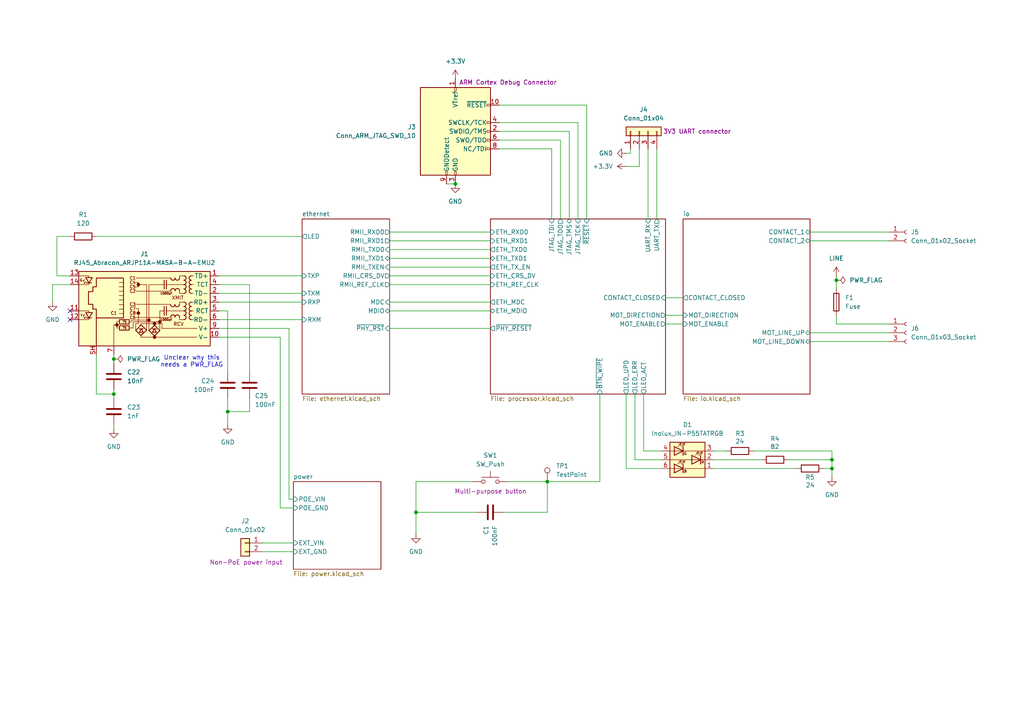
<source format=kicad_sch>
(kicad_sch (version 20250114) (generator "eeschema") (generator_version "9.0")
  (paper "A4")
  (title_block (title "iot-contact"))
  (lib_symbols
    (symbol "Connector:Conn_01x02_Socket" (pin_names (offset 1.016) (hide yes))
      (property "Reference" "J" (at 0 2.54 0))
      (property "Value" "Conn_01x02_Socket" (at 0 -5.08 0))
      (symbol "Conn_01x02_Socket_1_1"
        (polyline (pts (xy -1.27 0) (xy -0.508 0)) (stroke (width 0.1524)))
        (polyline (pts (xy -1.27 -2.54) (xy -0.508 -2.54)) (stroke (width 0.1524)))
        (arc (start 0 -0.508) (mid -0.5058 0) (end 0 0.508) (stroke (width 0.1524)))
        (arc (start 0 -3.048) (mid -0.5058 -2.54) (end 0 -2.032) (stroke (width 0.1524)))
        (pin passive line (at -5.08 0 0) (length 3.81) (name "Pin_1") (number "1"))
        (pin passive line (at -5.08 -2.54 0) (length 3.81) (name "Pin_2") (number "2"))
      )
    )
    (symbol "Connector:Conn_01x03_Socket" (pin_names (offset 1.016) (hide yes))
      (property "Reference" "J" (at 0 5.08 0))
      (property "Value" "Conn_01x03_Socket" (at 0 -5.08 0))
      (symbol "Conn_01x03_Socket_1_1"
        (polyline (pts (xy -1.27 2.54) (xy -0.508 2.54)) (stroke (width 0.1524)))
        (polyline (pts (xy -1.27 0) (xy -0.508 0)) (stroke (width 0.1524)))
        (polyline (pts (xy -1.27 -2.54) (xy -0.508 -2.54)) (stroke (width 0.1524)))
        (arc (start 0 2.032) (mid -0.5058 2.54) (end 0 3.048) (stroke (width 0.1524)))
        (arc (start 0 -0.508) (mid -0.5058 0) (end 0 0.508) (stroke (width 0.1524)))
        (arc (start 0 -3.048) (mid -0.5058 -2.54) (end 0 -2.032) (stroke (width 0.1524)))
        (pin passive line (at -5.08 2.54 0) (length 3.81) (name "Pin_1") (number "1"))
        (pin passive line (at -5.08 0 0) (length 3.81) (name "Pin_2") (number "2"))
        (pin passive line (at -5.08 -2.54 0) (length 3.81) (name "Pin_3") (number "3"))
      )
    )
    (symbol "Connector:Conn_ARM_JTAG_SWD_10" (pin_names (offset 1.016))
      (property "Reference" "J" (at -2.54 16.51 0))
      (property "Value" "Conn_ARM_JTAG_SWD_10" (at -2.54 13.97 0))
      (symbol "Conn_ARM_JTAG_SWD_10_0_1"
        (rectangle (start -10.16 12.7) (end 10.16 -12.7) (stroke (width 0.254)) (fill (type background)))
        (rectangle (start -2.794 -12.7) (end -2.286 -11.684))
        (rectangle (start -0.254 12.7) (end 0.254 11.684))
        (rectangle (start -0.254 -12.7) (end 0.254 -11.684))
        (rectangle (start 9.144 2.286) (end 10.16 2.794))
        (rectangle (start 10.16 7.874) (end 9.144 7.366))
        (rectangle (start 10.16 -0.254) (end 9.144 0.254))
        (rectangle (start 10.16 -2.794) (end 9.144 -2.286))
      )
      (symbol "Conn_ARM_JTAG_SWD_10_1_1"
        (rectangle (start 9.144 -5.334) (end 10.16 -4.826))
        (pin no_connect line (at -10.16 0 0) (length 2.54) (hide yes) (name "KEY") (number "7"))
        (pin passive line (at -2.54 -15.24 90) (length 2.54) (name "GNDDetect") (number "9"))
        (pin power_in line (at 0 15.24 270) (length 2.54) (name "VTref") (number "1"))
        (pin power_in line (at 0 -15.24 90) (length 2.54) (name "GND") (number "3"))
        (pin passive line (at 0 -15.24 90) (length 2.54) (hide yes) (name "GND") (number "5"))
        (pin open_collector line (at 12.7 7.62 180) (length 2.54) (name "~{RESET}") (number "10"))
        (pin output line (at 12.7 2.54 180) (length 2.54) (name "SWCLK/TCK") (number "4"))
        (pin bidirectional line (at 12.7 0 180) (length 2.54) (name "SWDIO/TMS") (number "2"))
        (pin input line (at 12.7 -2.54 180) (length 2.54) (name "SWO/TDO") (number "6"))
        (pin output line (at 12.7 -5.08 180) (length 2.54) (name "NC/TDI") (number "8"))
      )
    )
    (symbol "Connector:RJ45_Abracon_ARJP11A-MASA-B-A-EMU2"
      (property "Reference" "J" (at 18.415 12.7 0))
      (property "Value" "RJ45_Abracon_ARJP11A-MASA-B-A-EMU2" (at -4.445 12.7 0))
      (symbol "RJ45_Abracon_ARJP11A-MASA-B-A-EMU2_0_0"
        (polyline (pts (xy -5.08 8.89) (xy -5.08 6.35)) (stroke (width 0.254)))
        (polyline (pts (xy -5.08 1.27) (xy -5.08 -1.27)) (stroke (width 0.254)))
        (polyline (pts (xy -4.445 8.89) (xy -4.445 6.35)) (stroke (width 0.254)))
        (polyline (pts (xy -4.445 1.27) (xy -4.445 -1.27)) (stroke (width 0.254)))
        (circle (center -3.175 -3.175) (radius 0.0001) (stroke (width 0.508)))
        (circle (center -1.651 -3.683) (radius 0.0001) (stroke (width 0.508)))
        (circle (center -1.651 -7.62) (radius 0.0001) (stroke (width 0.508)))
        (circle (center 0 -2.667) (radius 0.0001) (stroke (width 0.508)))
        (circle (center 3.048 7.62) (radius 0.0001) (stroke (width 0.508)))
        (circle (center 3.048 -0.635) (radius 0.0001) (stroke (width 0.508)))
        (polyline (pts (xy 3.683 8.255) (xy 3.048 8.255) (xy 3.048 6.985) (xy 3.683 6.985)))
        (polyline (pts (xy 3.683 0.635) (xy 3.048 0.635) (xy 3.048 -0.635) (xy 3.683 -0.635)))
        (polyline (pts (xy 8.636 -4.953) (xy 9.271 -4.953) (xy 9.271 -3.048) (xy 8.636 -3.048)))
        (polyline (pts (xy 9.271 -4.064) (xy 10.16 -4.064)))
        (circle (center 9.271 -4.064) (radius 0.0001) (stroke (width 0.508)))
        (polyline (pts (xy 17.399 9.652) (xy 17.399 10.16) (xy 20.32 10.16)))
        (polyline (pts (xy 17.399 -0.508) (xy 17.399 0) (xy 20.32 0)))
        (polyline (pts (xy 20.32 7.62) (xy 17.399 7.62) (xy 17.399 8.128)))
        (polyline (pts (xy 20.32 -2.54) (xy 17.399 -2.54) (xy 17.399 -2.032)))
        (text "XMIT" (at -10.16 3.81 0) (effects (font (size 1.016 1.016)) (justify left)))
        (text "RCV" (at -10.16 -3.81 0) (effects (font (size 1.016 1.016)) (justify left)))
        (text "C1" (at 4.699 9.525 0) (effects (font (size 0.889 0.889))))
        (text "C4" (at 4.699 8.255 0) (effects (font (size 0.889 0.889))))
        (text "C5" (at 4.699 6.985 0) (effects (font (size 0.889 0.889))))
        (text "C2" (at 4.699 5.715 0) (effects (font (size 0.889 0.889))))
        (text "C3" (at 4.699 1.905 0) (effects (font (size 0.889 0.889))))
        (text "C7" (at 4.699 0.635 0) (effects (font (size 0.889 0.889))))
        (text "C8" (at 4.699 -0.635 0) (effects (font (size 0.889 0.889))))
        (text "C6" (at 4.699 -1.905 0) (effects (font (size 0.889 0.889))))
        (text "C1" (at 10.16 -0.635 0) (effects (font (size 0.889 0.889))))
      )
      (symbol "RJ45_Abracon_ARJP11A-MASA-B-A-EMU2_0_1"
        (rectangle (start -17.78 11.43) (end 20.32 -10.16) (stroke (width 0.254)) (fill (type background)))
        (polyline (pts (xy -12.3163 10.16) (xy -12.9513 10.16)))
        (polyline (pts (xy -12.3163 7.62) (xy -12.9513 7.62)))
        (polyline (pts (xy -12.3163 5.08) (xy -12.9513 5.08)))
        (polyline (pts (xy -12.3163 2.54) (xy -12.9513 2.54)))
        (polyline (pts (xy -12.3163 0) (xy -12.9513 0)))
        (polyline (pts (xy -12.3163 -2.54) (xy -12.9513 -2.54)))
        (polyline (pts (xy -10.16 10.16) (xy -8.89 10.16) (xy -8.89 9.525)))
        (polyline (pts (xy -10.16 2.54) (xy -8.89 2.54) (xy -8.89 1.905)))
        (polyline (pts (xy -8.89 5.715) (xy -8.89 5.08) (xy -10.16 5.08)))
        (polyline (pts (xy -8.89 -1.905) (xy -8.89 -2.54) (xy -10.16 -2.54)))
        (polyline (pts (xy -6.35 9.525) (xy 3.683 9.525)))
        (polyline (pts (xy -6.35 5.715) (xy 3.683 5.715)))
        (polyline (pts (xy -6.35 -1.905) (xy 3.683 -1.905)))
        (polyline (pts (xy -6.223 1.905) (xy 3.683 1.905)))
        (polyline (pts (xy -5.08 7.62) (xy -10.16 7.62)))
        (polyline (pts (xy -5.08 0) (xy -10.16 0)))
        (polyline (pts (xy -4.445 7.62) (xy 0 7.62) (xy 0 -5.715)))
        (polyline (pts (xy -4.445 0) (xy -3.175 0) (xy -3.175 -5.715)))
        (polyline (pts (xy 7.366 5.715) (xy 8.636 5.715)))
        (polyline (pts (xy 7.366 4.445) (xy 8.636 4.445)))
        (polyline (pts (xy 7.366 3.175) (xy 8.636 3.175)))
        (polyline (pts (xy 7.366 1.778) (xy 8.636 1.778)))
        (polyline (pts (xy 7.366 0.508) (xy 8.636 0.508)))
        (polyline (pts (xy 8.636 8.255) (xy 7.366 8.255)))
        (polyline (pts (xy 8.636 6.985) (xy 7.366 6.985)))
        (polyline (pts (xy 8.636 -0.762) (xy 7.366 -0.762)))
      )
      (symbol "RJ45_Abracon_ARJP11A-MASA-B-A-EMU2_1_0"
        (text "1000pF" (at -5.08 5.08 0) (effects (font (size 0.635 0.635))))
        (text "1000pF" (at -5.08 -2.54 0) (effects (font (size 0.635 0.635))))
      )
      (symbol "RJ45_Abracon_ARJP11A-MASA-B-A-EMU2_1_1"
        (polyline (pts (xy -13.97 -5.08) (xy -3.81 -5.08)))
        (polyline (pts (xy -13.97 -7.62) (xy 2.286 -7.62)))
        (arc (start -12.3163 2.54) (mid -11.684 1.905) (end -12.3163 1.27) (stroke (width 0.254)))
        (arc (start -12.3136 10.16) (mid -11.6813 9.525) (end -12.3136 8.89) (stroke (width 0.254)))
        (arc (start -12.3136 1.27) (mid -11.6813 0.635) (end -12.3136 0) (stroke (width 0.254)))
        (arc (start -12.3136 0) (mid -11.6813 -0.635) (end -12.3136 -1.27) (stroke (width 0.254)))
        (arc (start -12.3136 -1.27) (mid -11.6813 -1.905) (end -12.3136 -2.54) (stroke (width 0.254)))
        (arc (start -12.3109 8.89) (mid -11.6786 8.255) (end -12.3109 7.62) (stroke (width 0.254)))
        (arc (start -12.3109 7.62) (mid -11.6786 6.985) (end -12.3109 6.35) (stroke (width 0.254)))
        (arc (start -12.3109 6.35) (mid -11.6786 5.715) (end -12.3109 5.08) (stroke (width 0.254)))
        (arc (start -10.1654 8.89) (mid -10.7977 9.525) (end -10.1654 10.16) (stroke (width 0.254)))
        (arc (start -10.1654 7.62) (mid -10.7977 8.255) (end -10.1654 8.89) (stroke (width 0.254)))
        (arc (start -10.1654 6.35) (mid -10.7977 6.985) (end -10.1654 7.62) (stroke (width 0.254)))
        (arc (start -10.1654 1.27) (mid -10.7977 1.905) (end -10.1654 2.54) (stroke (width 0.254)))
        (arc (start -10.1654 0) (mid -10.7977 0.635) (end -10.1654 1.27) (stroke (width 0.254)))
        (arc (start -10.1654 -1.27) (mid -10.7977 -0.635) (end -10.1654 0) (stroke (width 0.254)))
        (arc (start -10.1627 5.08) (mid -10.795 5.715) (end -10.1627 6.35) (stroke (width 0.254)))
        (arc (start -10.1627 -2.54) (mid -10.795 -1.905) (end -10.1627 -1.27) (stroke (width 0.254)))
        (arc (start -7.62 9.5223) (mid -8.255 8.89) (end -8.89 9.5223) (stroke (width 0.254)))
        (arc (start -8.89 5.8447) (mid -8.255 6.477) (end -7.62 5.8447) (stroke (width 0.254)))
        (arc (start -8.89 -1.7753) (mid -8.255 -1.143) (end -7.62 -1.7753) (stroke (width 0.254)))
        (arc (start -7.5565 1.8388) (mid -8.1915 1.2065) (end -8.8265 1.8388) (stroke (width 0.254)))
        (arc (start -6.35 9.525) (mid -6.985 8.8927) (end -7.62 9.525) (stroke (width 0.254)))
        (arc (start -7.62 5.8474) (mid -6.985 6.4797) (end -6.35 5.8474) (stroke (width 0.254)))
        (arc (start -7.62 -1.7726) (mid -6.985 -1.1403) (end -6.35 -1.7726) (stroke (width 0.254)))
        (arc (start -6.2865 1.8415) (mid -6.9215 1.2092) (end -7.5565 1.8415) (stroke (width 0.254)))
        (polyline (pts (xy -3.81 -5.08) (xy -3.81 -3.683) (xy -1.651 -3.683)))
        (polyline (pts (xy -2.159 -5.207) (xy -1.016 -5.207)) (stroke (width 0.254)))
        (polyline (pts (xy -2.159 -6.223) (xy -1.016 -6.223) (xy -1.651 -5.207) (xy -2.159 -6.223)) (stroke (width 0.254)))
        (polyline (pts (xy -1.905 -3.683) (xy -1.651 -3.683) (xy -1.651 -4.191)))
        (polyline (pts (xy -1.651 -3.683) (xy 2.286 -3.683) (xy 2.286 -4.064)))
        (polyline (pts (xy -1.651 -4.191) (xy -3.175 -5.715) (xy -1.651 -7.239) (xy 0 -5.715) (xy -1.651 -4.191)) (stroke (width 0.254)))
        (polyline (pts (xy -1.651 -7.239) (xy -1.651 -7.493)))
        (polyline (pts (xy 1.651 -5.207) (xy 2.794 -5.207)) (stroke (width 0.254)))
        (polyline (pts (xy 1.651 -6.223) (xy 2.794 -6.223) (xy 2.159 -5.207) (xy 1.651 -6.223)) (stroke (width 0.254)))
        (polyline (pts (xy 2.286 -4.064) (xy 0.635 -5.588) (xy 2.286 -7.112) (xy 3.81 -5.715) (xy 2.286 -4.064)) (stroke (width 0.254)))
        (polyline (pts (xy 2.286 -7.112) (xy 2.286 -7.62)))
        (polyline (pts (xy 3.048 7.62) (xy 0.635 7.62) (xy 0.635 -5.588)))
        (polyline (pts (xy 3.048 -0.508) (xy 3.048 -3.683) (xy 3.81 -3.683) (xy 3.81 -5.715)))
        (polyline (pts (xy 5.715 -3.175) (xy 5.08 -3.175) (xy 5.08 -2.667) (xy 0 -2.667)))
        (polyline (pts (xy 5.715 -4.953) (xy 4.572 -4.953) (xy 4.572 -3.175) (xy -3.175 -3.175)))
        (polyline (pts (xy 7.366 -2.032) (xy 7.366 9.525) (xy 15.24 9.525) (xy 15.24 6.985) (xy 16.256 6.985) (xy 16.256 5.588) (xy 17.526 5.588) (xy 17.526 1.905) (xy 16.256 1.905) (xy 16.256 0.508) (xy 15.24 0.508) (xy 15.24 -2.032) (xy 7.366 -2.032)) (stroke (width 0.254)))
        (rectangle (start 8.509 -3.81) (end 5.715 -2.54) (stroke (width 0.254)))
        (rectangle (start 8.509 -5.588) (end 5.715 -4.318) (stroke (width 0.254)))
        (polyline (pts (xy 10.16 -4.064) (xy 10.16 -10.16)))
        (polyline (pts (xy 15.24 -10.16) (xy 15.24 -2.032)) (stroke (width 0.254)))
        (polyline (pts (xy 18.161 8.128) (xy 16.637 8.128)) (stroke (width 0.254)))
        (polyline (pts (xy 18.161 -2.032) (xy 16.637 -2.032)) (stroke (width 0.254)))
        (polyline (pts (xy 18.288 9.652) (xy 16.383 9.652) (xy 17.399 8.128) (xy 18.288 9.652)) (stroke (width 0.254)))
        (polyline (pts (xy 18.288 8.509) (xy 18.796 8.001) (xy 18.542 8.001)))
        (polyline (pts (xy 18.288 -0.508) (xy 16.383 -0.508) (xy 17.399 -2.032) (xy 18.288 -0.508)) (stroke (width 0.254)))
        (polyline (pts (xy 18.288 -1.651) (xy 18.796 -2.159) (xy 18.542 -2.159)))
        (polyline (pts (xy 18.542 9.144) (xy 19.05 8.636) (xy 18.796 8.636)))
        (polyline (pts (xy 18.542 -1.016) (xy 19.05 -1.524) (xy 18.796 -1.524)))
        (polyline (pts (xy 18.796 8.001) (xy 18.796 8.255)))
        (polyline (pts (xy 18.796 -2.159) (xy 18.796 -1.905)))
        (polyline (pts (xy 19.05 8.636) (xy 19.05 8.89)))
        (polyline (pts (xy 19.05 -1.524) (xy 19.05 -1.27)))
        (text "75" (at 7.112 -3.175 0) (effects (font (size 0.635 0.635))))
        (text "75" (at 7.112 -4.953 0) (effects (font (size 0.635 0.635))))
        (text "Y" (at 19.558 -1.27 0) (effects (font (size 0.635 0.635))))
        (text "G" (at 19.685 8.89 0) (effects (font (size 0.635 0.635))))
        (pin passive line (at -20.32 10.16 0) (length 2.54) (name "TD+") (number "1"))
        (pin passive line (at -20.32 7.62 0) (length 2.54) (name "TCT") (number "4"))
        (pin passive line (at -20.32 5.08 0) (length 2.54) (name "TD-") (number "2"))
        (pin passive line (at -20.32 2.54 0) (length 2.54) (name "RD+") (number "3"))
        (pin passive line (at -20.32 0 0) (length 2.54) (name "RCT") (number "5"))
        (pin passive line (at -20.32 -2.54 0) (length 2.54) (name "RD-") (number "6"))
        (pin power_out line (at -20.32 -5.08 0) (length 2.54) (name "V+") (number "9"))
        (pin power_out line (at -20.32 -7.62 0) (length 2.54) (name "V-") (number "10"))
        (pin power_in line (at 10.16 -12.7 90) (length 2.54) (name "") (number "7"))
        (pin passive line (at 15.24 -12.7 90) (length 2.54) (name "") (number "SH"))
        (pin no_connect line (at 20.32 5.08 0) (length 0) (hide yes) (name "NC") (number "8"))
        (pin passive line (at 22.86 10.16 180) (length 2.54) (name "") (number "13"))
        (pin passive line (at 22.86 7.62 180) (length 2.54) (name "") (number "14"))
        (pin passive line (at 22.86 0 180) (length 2.54) (name "") (number "11"))
        (pin passive line (at 22.86 -2.54 180) (length 2.54) (name "") (number "12"))
      )
    )
    (symbol "Connector:TestPoint" (pin_numbers (hide yes)) (pin_names (offset 0.762) (hide yes))
      (property "Reference" "TP" (at 0 6.858 0))
      (property "Value" "TestPoint" (at 0 5.08 0))
      (symbol "TestPoint_0_1"
        (circle (center 0 3.302) (radius 0.762))
      )
      (symbol "TestPoint_1_1"
        (pin passive line (at 0 0 90) (length 2.54) (name "1") (number "1"))
      )
    )
    (symbol "Connector_Generic:Conn_01x02" (pin_names (offset 1.016) (hide yes))
      (property "Reference" "J" (at 0 2.54 0))
      (property "Value" "Conn_01x02" (at 0 -5.08 0))
      (symbol "Conn_01x02_1_1"
        (rectangle (start -1.27 1.27) (end 1.27 -3.81) (stroke (width 0.254)) (fill (type background)))
        (rectangle (start -1.27 0.127) (end 0 -0.127) (stroke (width 0.1524)))
        (rectangle (start -1.27 -2.413) (end 0 -2.667) (stroke (width 0.1524)))
        (pin passive line (at -5.08 0 0) (length 3.81) (name "Pin_1") (number "1"))
        (pin passive line (at -5.08 -2.54 0) (length 3.81) (name "Pin_2") (number "2"))
      )
    )
    (symbol "Connector_Generic:Conn_01x04" (pin_names (offset 1.016) (hide yes))
      (property "Reference" "J" (at 0 5.08 0))
      (property "Value" "Conn_01x04" (at 0 -7.62 0))
      (symbol "Conn_01x04_1_1"
        (rectangle (start -1.27 3.81) (end 1.27 -6.35) (stroke (width 0.254)) (fill (type background)))
        (rectangle (start -1.27 2.667) (end 0 2.413) (stroke (width 0.1524)))
        (rectangle (start -1.27 0.127) (end 0 -0.127) (stroke (width 0.1524)))
        (rectangle (start -1.27 -2.413) (end 0 -2.667) (stroke (width 0.1524)))
        (rectangle (start -1.27 -4.953) (end 0 -5.207) (stroke (width 0.1524)))
        (pin passive line (at -5.08 2.54 0) (length 3.81) (name "Pin_1") (number "1"))
        (pin passive line (at -5.08 0 0) (length 3.81) (name "Pin_2") (number "2"))
        (pin passive line (at -5.08 -2.54 0) (length 3.81) (name "Pin_3") (number "3"))
        (pin passive line (at -5.08 -5.08 0) (length 3.81) (name "Pin_4") (number "4"))
      )
    )
    (symbol "Device:C" (pin_numbers (hide yes)) (pin_names (offset 0.254))
      (property "Reference" "C" (at 0.635 2.54 0))
      (property "Value" "C" (at 0.635 -2.54 0))
      (symbol "C_0_1"
        (polyline (pts (xy -2.032 0.762) (xy 2.032 0.762)) (stroke (width 0.508)))
        (polyline (pts (xy -2.032 -0.762) (xy 2.032 -0.762)) (stroke (width 0.508)))
      )
      (symbol "C_1_1"
        (pin passive line (at 0 3.81 270) (length 2.794) (name "~") (number "1"))
        (pin passive line (at 0 -3.81 90) (length 2.794) (name "~") (number "2"))
      )
    )
    (symbol "Device:Fuse" (pin_numbers (hide yes)) (pin_names (offset 0))
      (property "Reference" "F" (at 2.032 0 90))
      (property "Value" "Fuse" (at -1.905 0 90))
      (symbol "Fuse_0_1"
        (rectangle (start -0.762 -2.54) (end 0.762 2.54) (stroke (width 0.254)))
        (polyline (pts (xy 0 2.54) (xy 0 -2.54)))
      )
      (symbol "Fuse_1_1"
        (pin passive line (at 0 3.81 270) (length 1.27) (name "~") (number "1"))
        (pin passive line (at 0 -3.81 90) (length 1.27) (name "~") (number "2"))
      )
    )
    (symbol "Device:R" (pin_numbers (hide yes)) (pin_names (offset 0))
      (property "Reference" "R" (at 2.032 0 90))
      (property "Value" "R" (at 0 0 90))
      (symbol "R_0_1"
        (rectangle (start -1.016 -2.54) (end 1.016 2.54) (stroke (width 0.254)))
      )
      (symbol "R_1_1"
        (pin passive line (at 0 3.81 270) (length 1.27) (name "~") (number "1"))
        (pin passive line (at 0 -3.81 90) (length 1.27) (name "~") (number "2"))
      )
    )
    (symbol "LED:Inolux_IN-P55TATRGB" (pin_names (hide yes))
      (property "Reference" "D" (at -5.08 6.35 0))
      (property "Value" "Inolux_IN-P55TATRGB" (at -5.08 -6.35 0))
      (symbol "Inolux_IN-P55TATRGB_0_0"
        (text "B" (at -0.635 -3.3274 0) (effects (font (size 0.762 0.762))))
      )
      (symbol "Inolux_IN-P55TATRGB_0_1"
        (rectangle (start -5.08 5.08) (end 5.08 -5.08) (stroke (width 0.254)) (fill (type background)))
        (polyline (pts (xy -5.08 2.54) (xy 5.08 2.54)))
        (polyline (pts (xy -5.08 0) (xy 5.08 0)))
        (polyline (pts (xy -5.08 -2.54) (xy 5.08 -2.54)))
        (polyline (pts (xy -3.81 3.81) (xy -3.81 1.27) (xy -1.27 2.54) (xy -3.81 3.81)) (stroke (width 0.254)))
        (polyline (pts (xy -3.81 -1.27) (xy -3.81 -3.81) (xy -1.27 -2.54) (xy -3.81 -1.27)) (stroke (width 0.254)))
        (polyline (pts (xy -2.794 3.81) (xy -1.778 4.826)))
        (polyline (pts (xy -2.794 -1.27) (xy -1.778 -0.254)))
        (polyline (pts (xy -2.54 4.572) (xy -1.778 4.826) (xy -2.032 4.064)))
        (polyline (pts (xy -2.032 -1.016) (xy -1.778 -0.254) (xy -2.54 -0.508)))
        (polyline (pts (xy -1.778 3.81) (xy -0.762 4.826)))
        (polyline (pts (xy -1.778 -1.27) (xy -0.762 -0.254)))
        (polyline (pts (xy -1.524 4.572) (xy -0.762 4.826) (xy -1.016 4.064)))
        (polyline (pts (xy -1.524 -0.508) (xy -0.762 -0.254) (xy -1.016 -1.016)))
        (polyline (pts (xy -1.27 3.81) (xy -1.27 1.27)) (stroke (width 0.254)))
        (polyline (pts (xy -1.27 -1.27) (xy -1.27 -3.81)) (stroke (width 0.254)))
        (polyline (pts (xy 1.27 1.27) (xy 1.27 -1.27) (xy 3.81 0) (xy 1.27 1.27)) (stroke (width 0.254)))
        (polyline (pts (xy 2.286 1.27) (xy 3.302 2.286)))
        (polyline (pts (xy 3.048 1.524) (xy 3.302 2.286) (xy 2.54 2.032)))
        (polyline (pts (xy 3.302 1.27) (xy 4.318 2.286)))
        (polyline (pts (xy 3.556 2.032) (xy 4.318 2.286) (xy 4.064 1.524)))
        (polyline (pts (xy 3.81 1.27) (xy 3.81 -1.27)) (stroke (width 0.254)))
      )
      (symbol "Inolux_IN-P55TATRGB_1_0"
        (text "G" (at -0.635 1.8034 0) (effects (font (size 0.762 0.762))))
        (text "R" (at 4.4196 -0.7112 0) (effects (font (size 0.762 0.762))))
      )
      (symbol "Inolux_IN-P55TATRGB_1_1"
        (pin passive line (at -7.62 2.54 0) (length 2.54) (name "AG") (number "4"))
        (pin passive line (at -7.62 0 0) (length 2.54) (name "AR") (number "5"))
        (pin passive line (at -7.62 -2.54 0) (length 2.54) (name "AB") (number "6"))
        (pin passive line (at 7.62 2.54 180) (length 2.54) (name "KG") (number "3"))
        (pin passive line (at 7.62 0 180) (length 2.54) (name "KR") (number "2"))
        (pin passive line (at 7.62 -2.54 180) (length 2.54) (name "KB") (number "1"))
      )
    )
    (symbol "Switch:SW_Push" (pin_numbers (hide yes)) (pin_names (offset 1.016) (hide yes))
      (property "Reference" "SW" (at 1.27 2.54 0))
      (property "Value" "SW_Push" (at 0 -1.524 0))
      (symbol "SW_Push_0_1"
        (circle (center -2.032 0) (radius 0.508))
        (polyline (pts (xy 0 1.27) (xy 0 3.048)))
        (circle (center 2.032 0) (radius 0.508))
        (polyline (pts (xy 2.54 1.27) (xy -2.54 1.27)))
        (pin passive line (at -5.08 0 0) (length 2.54) (name "1") (number "1"))
        (pin passive line (at 5.08 0 180) (length 2.54) (name "2") (number "2"))
      )
    )
    (symbol "power:+3.3V" (power) (pin_numbers (hide yes)) (pin_names (offset 0) (hide yes))
      (property "Value" "+3.3V" (at 0 3.556 0))
      (symbol "+3.3V_0_1"
        (polyline (pts (xy -0.762 1.27) (xy 0 2.54)))
        (polyline (pts (xy 0 2.54) (xy 0.762 1.27)))
        (polyline (pts (xy 0 0) (xy 0 2.54)))
      )
      (symbol "+3.3V_1_1"
        (pin power_in line (at 0 0 90) (length 0) (name "~") (number "1"))
      )
    )
    (symbol "power:GND" (power) (pin_numbers (hide yes)) (pin_names (offset 0) (hide yes))
      (property "Value" "GND" (at 0 -3.81 0))
      (symbol "GND_0_1"
        (polyline (pts (xy 0 0) (xy 0 -1.27) (xy 1.27 -1.27) (xy 0 -2.54) (xy -1.27 -1.27) (xy 0 -1.27)))
      )
      (symbol "GND_1_1"
        (pin power_in line (at 0 0 270) (length 0) (name "~") (number "1"))
      )
    )
    (symbol "power:LINE" (power) (pin_numbers (hide yes)) (pin_names (offset 0) (hide yes))
      (property "Value" "LINE" (at 0 3.556 0))
      (symbol "LINE_0_1"
        (polyline (pts (xy -0.762 1.27) (xy 0 2.54)))
        (polyline (pts (xy 0 2.54) (xy 0.762 1.27)))
        (polyline (pts (xy 0 0) (xy 0 2.54)))
      )
      (symbol "LINE_1_1"
        (pin power_in line (at 0 0 90) (length 0) (name "~") (number "1"))
      )
    )
    (symbol "power:PWR_FLAG" (power) (pin_numbers (hide yes)) (pin_names (offset 0) (hide yes))
      (property "Value" "PWR_FLAG" (at 0 3.81 0))
      (symbol "PWR_FLAG_0_0"
        (pin power_out line (at 0 0 90) (length 0) (name "~") (number "1"))
      )
      (symbol "PWR_FLAG_0_1"
        (polyline (pts (xy 0 0) (xy 0 1.27) (xy -1.016 1.905) (xy 0 2.54) (xy 1.016 1.905) (xy 0 1.27)))
      )
    )
  )
  (text "Unclear why this\nneeds a PWR_FLAG" (at 55.626 104.902 0) (effects (font (size 1.27 1.27))))
  (junction (at 120.65 148.59))
  (junction (at 241.3 133.35))
  (junction (at 242.57 81.28))
  (junction (at 66.04 119.38))
  (junction (at 158.75 139.7))
  (junction (at 33.02 104.14))
  (junction (at 241.3 135.89))
  (junction (at 132.08 53.34))
  (junction (at 33.02 114.3))
  (no_connect (at 20.32 90.17))
  (no_connect (at 20.32 92.71))
  (wire (pts (xy 162.56 40.64) (xy 162.56 63.5)))
  (wire (pts (xy 190.5 43.18) (xy 190.5 63.5)))
  (wire (pts (xy 120.65 139.7) (xy 137.16 139.7)))
  (wire (pts (xy 120.65 139.7) (xy 120.65 148.59)))
  (wire (pts (xy 113.03 69.85) (xy 142.24 69.85)))
  (wire (pts (xy 33.02 105.41) (xy 33.02 104.14)))
  (wire (pts (xy 234.95 67.31) (xy 257.81 67.31)))
  (wire (pts (xy 113.03 74.93) (xy 142.24 74.93)))
  (wire (pts (xy 228.6 133.35) (xy 241.3 133.35)))
  (wire (pts (xy 181.61 114.3) (xy 181.61 135.89)))
  (wire (pts (xy 185.42 48.26) (xy 181.61 48.26)))
  (wire (pts (xy 158.75 148.59) (xy 158.75 139.7)))
  (wire (pts (xy 207.01 130.81) (xy 210.82 130.81)))
  (wire (pts (xy 147.32 139.7) (xy 158.75 139.7)))
  (wire (pts (xy 113.03 95.25) (xy 142.24 95.25)))
  (wire (pts (xy 241.3 135.89) (xy 241.3 138.43)))
  (wire (pts (xy 20.32 82.55) (xy 15.24 82.55)))
  (wire (pts (xy 181.61 135.89) (xy 191.77 135.89)))
  (wire (pts (xy 144.78 35.56) (xy 167.64 35.56)))
  (wire (pts (xy 158.75 139.7) (xy 173.99 139.7)))
  (wire (pts (xy 193.04 86.36) (xy 198.12 86.36)))
  (wire (pts (xy 144.78 30.48) (xy 170.18 30.48)))
  (wire (pts (xy 170.18 30.48) (xy 170.18 63.5)))
  (wire (pts (xy 16.51 68.58) (xy 16.51 80.01)))
  (wire (pts (xy 173.99 114.3) (xy 173.99 139.7)))
  (wire (pts (xy 27.94 68.58) (xy 87.63 68.58)))
  (wire (pts (xy 66.04 90.17) (xy 66.04 107.95)))
  (wire (pts (xy 186.69 130.81) (xy 191.77 130.81)))
  (wire (pts (xy 113.03 77.47) (xy 142.24 77.47)))
  (wire (pts (xy 234.95 69.85) (xy 257.81 69.85)))
  (wire (pts (xy 186.69 114.3) (xy 186.69 130.81)))
  (wire (pts (xy 33.02 114.3) (xy 33.02 115.57)))
  (wire (pts (xy 129.54 53.34) (xy 132.08 53.34)))
  (wire (pts (xy 16.51 80.01) (xy 20.32 80.01)))
  (wire (pts (xy 72.39 82.55) (xy 72.39 107.95)))
  (wire (pts (xy 72.39 119.38) (xy 66.04 119.38)))
  (wire (pts (xy 33.02 123.19) (xy 33.02 124.46)))
  (wire (pts (xy 144.78 40.64) (xy 162.56 40.64)))
  (wire (pts (xy 241.3 133.35) (xy 241.3 135.89)))
  (wire (pts (xy 81.28 97.79) (xy 81.28 147.32)))
  (wire (pts (xy 63.5 82.55) (xy 72.39 82.55)))
  (wire (pts (xy 242.57 93.98) (xy 257.81 93.98)))
  (wire (pts (xy 238.76 135.89) (xy 241.3 135.89)))
  (wire (pts (xy 181.61 44.45) (xy 182.88 44.45)))
  (wire (pts (xy 33.02 114.3) (xy 33.02 113.03)))
  (wire (pts (xy 187.96 43.18) (xy 187.96 63.5)))
  (wire (pts (xy 63.5 95.25) (xy 83.82 95.25)))
  (wire (pts (xy 66.04 119.38) (xy 66.04 123.19)))
  (wire (pts (xy 63.5 92.71) (xy 87.63 92.71)))
  (wire (pts (xy 242.57 80.01) (xy 242.57 81.28)))
  (wire (pts (xy 185.42 43.18) (xy 185.42 48.26)))
  (wire (pts (xy 144.78 43.18) (xy 160.02 43.18)))
  (wire (pts (xy 72.39 115.57) (xy 72.39 119.38)))
  (wire (pts (xy 182.88 44.45) (xy 182.88 43.18)))
  (wire (pts (xy 120.65 148.59) (xy 120.65 154.94)))
  (wire (pts (xy 76.2 160.02) (xy 85.09 160.02)))
  (wire (pts (xy 165.1 38.1) (xy 165.1 63.5)))
  (wire (pts (xy 113.03 67.31) (xy 142.24 67.31)))
  (wire (pts (xy 218.44 130.81) (xy 241.3 130.81)))
  (wire (pts (xy 63.5 97.79) (xy 81.28 97.79)))
  (wire (pts (xy 193.04 91.44) (xy 198.12 91.44)))
  (wire (pts (xy 83.82 144.78) (xy 85.09 144.78)))
  (wire (pts (xy 184.15 133.35) (xy 191.77 133.35)))
  (wire (pts (xy 113.03 80.01) (xy 142.24 80.01)))
  (wire (pts (xy 167.64 35.56) (xy 167.64 63.5)))
  (wire (pts (xy 63.5 80.01) (xy 87.63 80.01)))
  (wire (pts (xy 113.03 87.63) (xy 142.24 87.63)))
  (wire (pts (xy 242.57 91.44) (xy 242.57 93.98)))
  (wire (pts (xy 113.03 90.17) (xy 142.24 90.17)))
  (wire (pts (xy 144.78 38.1) (xy 165.1 38.1)))
  (wire (pts (xy 66.04 115.57) (xy 66.04 119.38)))
  (wire (pts (xy 160.02 43.18) (xy 160.02 63.5)))
  (wire (pts (xy 76.2 157.48) (xy 85.09 157.48)))
  (wire (pts (xy 27.94 114.3) (xy 33.02 114.3)))
  (wire (pts (xy 113.03 82.55) (xy 142.24 82.55)))
  (wire (pts (xy 184.15 114.3) (xy 184.15 133.35)))
  (wire (pts (xy 207.01 133.35) (xy 220.98 133.35)))
  (wire (pts (xy 193.04 93.98) (xy 198.12 93.98)))
  (wire (pts (xy 81.28 147.32) (xy 85.09 147.32)))
  (wire (pts (xy 63.5 90.17) (xy 66.04 90.17)))
  (wire (pts (xy 241.3 130.81) (xy 241.3 133.35)))
  (wire (pts (xy 20.32 68.58) (xy 16.51 68.58)))
  (wire (pts (xy 146.05 148.59) (xy 158.75 148.59)))
  (wire (pts (xy 113.03 72.39) (xy 142.24 72.39)))
  (wire (pts (xy 242.57 81.28) (xy 242.57 83.82)))
  (wire (pts (xy 27.94 102.87) (xy 27.94 114.3)))
  (wire (pts (xy 234.95 96.52) (xy 257.81 96.52)))
  (wire (pts (xy 15.24 82.55) (xy 15.24 87.63)))
  (wire (pts (xy 83.82 95.25) (xy 83.82 144.78)))
  (wire (pts (xy 138.43 148.59) (xy 120.65 148.59)))
  (wire (pts (xy 234.95 99.06) (xy 257.81 99.06)))
  (wire (pts (xy 33.02 102.87) (xy 33.02 104.14)))
  (wire (pts (xy 63.5 85.09) (xy 87.63 85.09)))
  (wire (pts (xy 207.01 135.89) (xy 231.14 135.89)))
  (wire (pts (xy 63.5 87.63) (xy 87.63 87.63)))
  (symbol (lib_id "Device:R") (at 234.95 135.89 270) (unit 1)
    (property "Reference" "R5" (at 234.95 138.43 90))
    (property "Value" "24" (at 233.68 140.716 90) (effects (justify left)))
    (property "Description" "Resistor" (effects (hide yes)))
  )
  (symbol (lib_id "Connector:RJ45_Abracon_ARJP11A-MASA-B-A-EMU2") (at 43.18 90.17 0) (mirror y) (unit 1)
    (property "Reference" "J1" (at 41.91 73.66 0))
    (property "Value" "RJ45_Abracon_ARJP11A-MASA-B-A-EMU2" (at 41.91 76.2 0))
    (property "Footprint" "Connector_RJ:RJ45_Abracon_ARJP11A-MA_Horizontal" (effects (hide yes)))
    (property "Datasheet" "https://abracon.com/Magnetics/lan/ARJP11A.PDF" (effects (hide yes)))
    (property "Description" "RJ45 PoE 10/100 Base-TX Jack with Magnetic Module" (effects (hide yes)))
  )
  (symbol (lib_id "power:PWR_FLAG") (at 33.02 104.14 270) (unit 1)
    (property "Reference" "#FLG07" (effects (hide yes)))
    (property "Value" "PWR_FLAG" (at 36.83 104.1399 90) (effects (justify left)))
    (property "Description" "Special symbol for telling ERC where power comes from" (effects (hide yes)))
  )
  (symbol (lib_id "Device:C") (at 72.39 111.76 0) (unit 1)
    (property "Reference" "C25" (at 73.914 114.808 0) (effects (justify left)))
    (property "Value" "100nF" (at 73.914 117.348 0) (effects (justify left)))
    (property "Description" "Unpolarized capacitor" (effects (hide yes)))
  )
  (symbol (lib_id "power:GND") (at 33.02 124.46 0) (unit 1)
    (property "Reference" "#PWR026" (effects (hide yes)))
    (property "Value" "GND" (at 33.02 129.54 0))
    (property "Description" "Power symbol creates a global label with name \"GND\" , ground" (effects (hide yes)))
  )
  (symbol (lib_id "Switch:SW_Push") (at 142.24 139.7 0) (mirror y) (unit 1)
    (property "Reference" "SW1" (at 142.24 132.08 0))
    (property "Value" "SW_Push" (at 142.24 134.62 0))
    (property "Footprint" "Button_Switch_SMD:SW_SPST_TL3305B" (effects (hide yes)))
    (property "Datasheet" "https://www.e-switch.com/wp-content/uploads/2024/08/TL3305.pdf" (effects (hide yes)))
    (property "Description" "Multi-purpose button" (at 131.826 142.494 0) (effects (justify right)))
    (property "MPN" "TL3305BF260QG" (effects (hide yes)))
    (property "Manufacturer" "E-Switch" (effects (hide yes)))
  )
  (symbol (lib_id "power:+3.3V") (at 132.08 22.86 0) (unit 1)
    (property "Reference" "#PWR03" (effects (hide yes)))
    (property "Value" "+3.3V" (at 132.08 17.78 0))
    (property "Description" "Power symbol creates a global label with name \"+3.3V\"" (effects (hide yes)))
  )
  (symbol (lib_id "Device:C") (at 66.04 111.76 0) (mirror y) (unit 1)
    (property "Reference" "C24" (at 62.23 110.4899 0) (effects (justify left)))
    (property "Value" "100nF" (at 62.23 113.0299 0) (effects (justify left)))
    (property "Description" "Unpolarized capacitor" (effects (hide yes)))
  )
  (symbol (lib_id "Connector_Generic:Conn_01x04") (at 185.42 38.1 90) (unit 1)
    (property "Reference" "J4" (at 186.69 31.75 90))
    (property "Value" "Conn_01x04" (at 186.69 34.29 90))
    (property "Footprint" "Connector_PinHeader_2.54mm:PinHeader_1x04_P2.54mm_Vertical" (effects (hide yes)))
    (property "Description" "3V3 UART connector" (at 202.184 38.1 90))
  )
  (symbol (lib_id "LED:Inolux_IN-P55TATRGB") (at 199.39 133.35 0) (unit 1)
    (property "Reference" "D1" (at 199.39 123.19 0))
    (property "Value" "Inolux_IN-P55TATRGB" (at 199.39 125.73 0))
    (property "Footprint" "LED_SMD:LED_Inolux_IN-P55TATRGB_PLCC6_5.0x5.5mm_P1.8mm" (effects (hide yes)))
    (property "Datasheet" "https://www.inolux-corp.com/datasheet/SMDLED/RGB%20Top%20View/IN-P55TATRGB.pdf" (effects (hide yes)))
    (property "Description" "Inolux RGB LED, PLCC-6" (effects (hide yes)))
  )
  (symbol (lib_id "Device:C") (at 33.02 119.38 0) (unit 1)
    (property "Reference" "C23" (at 36.83 118.1099 0) (effects (justify left)))
    (property "Value" "1nF" (at 36.83 120.6499 0) (effects (justify left)))
    (property "Description" "Unpolarized capacitor" (effects (hide yes)))
  )
  (symbol (lib_id "Connector:Conn_01x03_Socket") (at 262.89 96.52 0) (unit 1)
    (property "Reference" "J6" (at 264.16 95.2499 0) (effects (justify left)))
    (property "Value" "Conn_01x03_Socket" (at 264.16 97.7899 0) (effects (justify left)))
    (property "Footprint" "TerminalBlock_WAGO:TerminalBlock_WAGO_236-403_1x03_P5.00mm_45Degree" (effects (hide yes)))
    (property "Description" "Generic connector, single row, 01x03, script generated" (effects (hide yes)))
  )
  (symbol (lib_id "Connector:TestPoint") (at 158.75 139.7 0) (unit 1)
    (property "Reference" "TP1" (at 161.29 135.1279 0) (effects (justify left)))
    (property "Value" "TestPoint" (at 161.29 137.6679 0) (effects (justify left)))
    (property "Description" "test point" (effects (hide yes)))
  )
  (symbol (lib_id "Connector:Conn_ARM_JTAG_SWD_10") (at 132.08 38.1 0) (unit 1)
    (property "Reference" "J3" (at 120.65 36.8299 0) (effects (justify right)))
    (property "Value" "Conn_ARM_JTAG_SWD_10" (at 120.65 39.3699 0) (effects (justify right)))
    (property "Datasheet" "https://mm.digikey.com/Volume0/opasdata/d220001/medias/docus/6209/ftsh-1xx-xx-xxx-dv-xxx-xxx-x-xx-mkt.pdf" (effects (hide yes)))
    (property "Description" "ARM Cortex Debug Connector" (at 147.32 23.876 0))
    (property "MPN" "FTSH-105-01-L-DV-007-K-TR" (effects (hide yes)))
    (property "Manufacturer" "samtec" (effects (hide yes)))
  )
  (symbol (lib_id "Device:Fuse") (at 242.57 87.63 0) (unit 1)
    (property "Reference" "F1" (at 245.11 86.3599 0) (effects (justify left)))
    (property "Value" "Fuse" (at 245.11 88.8999 0) (effects (justify left)))
    (property "Footprint" "Fuse:Fuseholder_Cylinder-5x20mm_Schurter_OGN-SMD_Horizontal_Open" (effects (hide yes)))
    (property "Description" "Fuse" (effects (hide yes)))
  )
  (symbol (lib_id "Connector_Generic:Conn_01x02") (at 71.12 157.48 0) (mirror y) (unit 1)
    (property "Reference" "J2" (at 71.12 151.13 0))
    (property "Value" "Conn_01x02" (at 71.12 153.67 0))
    (property "Footprint" "Connector_PinHeader_2.54mm:PinHeader_1x02_P2.54mm_Vertical" (effects (hide yes)))
    (property "Description" "Non-PoE power input" (at 71.374 163.068 0))
  )
  (symbol (lib_id "power:PWR_FLAG") (at 242.57 81.28 270) (unit 1)
    (property "Reference" "#FLG06" (effects (hide yes)))
    (property "Value" "PWR_FLAG" (at 246.38 81.2799 90) (effects (justify left)))
    (property "Description" "Special symbol for telling ERC where power comes from" (effects (hide yes)))
  )
  (symbol (lib_id "power:GND") (at 120.65 154.94 0) (unit 1)
    (property "Reference" "#PWR02" (effects (hide yes)))
    (property "Value" "GND" (at 120.65 160.02 0))
    (property "Description" "Power symbol creates a global label with name \"GND\" , ground" (effects (hide yes)))
  )
  (symbol (lib_id "Device:R") (at 214.63 130.81 90) (unit 1)
    (property "Reference" "R3" (at 214.63 125.73 90))
    (property "Value" "24" (at 215.9 128.016 90) (effects (justify left)))
    (property "Description" "Resistor" (effects (hide yes)))
  )
  (symbol (lib_id "power:GND") (at 132.08 53.34 0) (unit 1)
    (property "Reference" "#PWR04" (effects (hide yes)))
    (property "Value" "GND" (at 132.08 58.42 0))
    (property "Description" "Power symbol creates a global label with name \"GND\" , ground" (effects (hide yes)))
  )
  (symbol (lib_id "Device:C") (at 33.02 109.22 0) (unit 1)
    (property "Reference" "C22" (at 36.83 107.9499 0) (effects (justify left)))
    (property "Value" "10nF" (at 36.83 110.4899 0) (effects (justify left)))
    (property "Description" "Unpolarized capacitor" (effects (hide yes)))
  )
  (symbol (lib_id "power:GND") (at 66.04 123.19 0) (unit 1)
    (property "Reference" "#PWR027" (effects (hide yes)))
    (property "Value" "GND" (at 66.04 128.27 0))
    (property "Description" "Power symbol creates a global label with name \"GND\" , ground" (effects (hide yes)))
  )
  (symbol (lib_id "power:GND") (at 241.3 138.43 0) (unit 1)
    (property "Reference" "#PWR08" (effects (hide yes)))
    (property "Value" "GND" (at 241.3 143.51 0))
    (property "Description" "Power symbol creates a global label with name \"GND\" , ground" (effects (hide yes)))
  )
  (symbol (lib_id "Connector:Conn_01x02_Socket") (at 262.89 67.31 0) (unit 1)
    (property "Reference" "J5" (at 264.16 67.3099 0) (effects (justify left)))
    (property "Value" "Conn_01x02_Socket" (at 264.16 69.8499 0) (effects (justify left)))
    (property "Footprint" "TerminalBlock_WAGO:TerminalBlock_WAGO_236-402_1x02_P5.00mm_45Degree" (effects (hide yes)))
    (property "Description" "Generic connector, single row, 01x02, script generated" (effects (hide yes)))
  )
  (symbol (lib_id "power:+3.3V") (at 181.61 48.26 90) (unit 1)
    (property "Reference" "#PWR05" (effects (hide yes)))
    (property "Value" "+3.3V" (at 177.8 48.2599 90) (effects (justify left)))
    (property "Description" "Power symbol creates a global label with name \"+3.3V\"" (effects (hide yes)))
  )
  (symbol (lib_id "power:GND") (at 181.61 44.45 270) (unit 1)
    (property "Reference" "#PWR06" (effects (hide yes)))
    (property "Value" "GND" (at 177.8 44.4499 90) (effects (justify right)))
    (property "Description" "Power symbol creates a global label with name \"GND\" , ground" (effects (hide yes)))
  )
  (symbol (lib_id "Device:C") (at 142.24 148.59 90) (mirror x) (unit 1)
    (property "Reference" "C1" (at 140.9699 152.4 0) (effects (justify left)))
    (property "Value" "100nF" (at 143.5099 152.4 0) (effects (justify left)))
    (property "Description" "Unpolarized capacitor" (effects (hide yes)))
  )
  (symbol (lib_id "power:GND") (at 15.24 87.63 0) (unit 1)
    (property "Reference" "#PWR01" (effects (hide yes)))
    (property "Value" "GND" (at 15.24 92.71 0))
    (property "Description" "Power symbol creates a global label with name \"GND\" , ground" (effects (hide yes)))
  )
  (symbol (lib_id "power:LINE") (at 242.57 80.01 0) (unit 1)
    (property "Reference" "#PWR09" (effects (hide yes)))
    (property "Value" "LINE" (at 242.57 74.93 0))
    (property "Description" "Power symbol creates a global label with name \"LINE\"" (effects (hide yes)))
  )
  (symbol (lib_id "Device:R") (at 24.13 68.58 90) (unit 1)
    (property "Reference" "R1" (at 24.13 62.23 90))
    (property "Value" "120" (at 24.13 64.77 90))
    (property "Description" "Resistor" (effects (hide yes)))
  )
  (symbol (lib_id "Device:R") (at 224.79 133.35 90) (unit 1)
    (property "Reference" "R4" (at 224.79 127.254 90))
    (property "Value" "82" (at 226.0599 129.54 90) (effects (justify left)))
    (property "Description" "Resistor" (effects (hide yes)))
  )
  (sheet (at 87.63 63.5) (size 25.4 50.8) (stroke (width 0.1524))
    (property "Sheetname" "ethernet" (at 87.63 62.7884 0) (effects (justify left bottom)))
    (property "Sheetfile" "ethernet.kicad_sch" (at 87.63 114.8846 0) (effects (justify left top)))
    (pin "RMII_RXD0" output (at 113.03 67.31 0))
    (pin "RMII_RXD1" output (at 113.03 69.85 0))
    (pin "RMII_TXD0" input (at 113.03 72.39 0))
    (pin "RMII_TXD1" bidirectional (at 113.03 74.93 0))
    (pin "RMII_TXEN" input (at 113.03 77.47 0))
    (pin "~{PHY_RST}" input (at 113.03 95.25 0))
    (pin "RMII_CRS_DV" output (at 113.03 80.01 0))
    (pin "RMII_REF_CLK" output (at 113.03 82.55 0))
    (pin "MDC" input (at 113.03 87.63 0))
    (pin "MDIO" bidirectional (at 113.03 90.17 0))
    (pin "LED" output (at 87.63 68.58 180))
    (pin "RXM" input (at 87.63 92.71 180))
    (pin "RXP" input (at 87.63 87.63 180))
    (pin "TXM" input (at 87.63 85.09 180))
    (pin "TXP" input (at 87.63 80.01 180))
  )
  (sheet (at 198.12 63.5) (size 36.83 50.8) (stroke (width 0.1524))
    (property "Sheetname" "io" (at 198.12 62.7884 0) (effects (justify left bottom)))
    (property "Sheetfile" "io.kicad_sch" (at 198.12 114.8846 0) (effects (justify left top)))
    (pin "CONTACT_1" bidirectional (at 234.95 67.31 0))
    (pin "CONTACT_2" bidirectional (at 234.95 69.85 0))
    (pin "MOT_DIRECTION" input (at 198.12 91.44 180))
    (pin "MOT_ENABLE" input (at 198.12 93.98 180))
    (pin "CONTACT_CLOSED" output (at 198.12 86.36 180))
    (pin "MOT_LINE_DOWN" bidirectional (at 234.95 99.06 0))
    (pin "MOT_LINE_UP" bidirectional (at 234.95 96.52 0))
  )
  (sheet (at 142.24 63.5) (size 50.8 50.8) (stroke (width 0.1524))
    (property "Sheetname" "processor" (effects (hide yes)))
    (property "Sheetfile" "processor.kicad_sch" (at 142.24 114.8846 0) (effects (justify left top)))
    (pin "JTAG_TDI" input (at 160.02 63.5 90))
    (pin "JTAG_TDO" output (at 162.56 63.5 90))
    (pin "JTAG_TMS" bidirectional (at 165.1 63.5 90))
    (pin "JTAG_TCK" input (at 167.64 63.5 90))
    (pin "UART_RX" input (at 187.96 63.5 90))
    (pin "UART_TX" output (at 190.5 63.5 90))
    (pin "LED_UPD" output (at 181.61 114.3 270))
    (pin "LED_ACT" output (at 186.69 114.3 270))
    (pin "MOT_DIRECTION" output (at 193.04 91.44 0))
    (pin "MOT_ENABLE" output (at 193.04 93.98 0))
    (pin "CONTACT_CLOSED" input (at 193.04 86.36 0))
    (pin "~{BTN_WIPE}" input (at 173.99 114.3 270))
    (pin "~{RESET}" input (at 170.18 63.5 90))
    (pin "ETH_RXD0" input (at 142.24 67.31 180))
    (pin "ETH_CRS_DV" input (at 142.24 80.01 180))
    (pin "ETH_RXD1" input (at 142.24 69.85 180))
    (pin "ETH_TX_EN" output (at 142.24 77.47 180))
    (pin "ETH_TXD0" output (at 142.24 72.39 180))
    (pin "ETH_TXD1" bidirectional (at 142.24 74.93 180))
    (pin "ETH_REF_CLK" input (at 142.24 82.55 180))
    (pin "ETH_MDC" output (at 142.24 87.63 180))
    (pin "ETH_MDIO" bidirectional (at 142.24 90.17 180))
    (pin "~{PHY_RESET}" output (at 142.24 95.25 180))
    (pin "LED_ERR" output (at 184.15 114.3 270))
  )
  (sheet (at 85.09 139.7) (size 25.4 25.4) (stroke (width 0.1524))
    (property "Sheetname" "power" (at 85.09 138.9884 0) (effects (justify left bottom)))
    (property "Sheetfile" "power.kicad_sch" (at 85.09 165.6846 0) (effects (justify left top)))
    (pin "EXT_GND" input (at 85.09 160.02 180))
    (pin "EXT_VIN" input (at 85.09 157.48 180))
    (pin "POE_GND" input (at 85.09 147.32 180))
    (pin "POE_VIN" input (at 85.09 144.78 180))
  )
)
</source>
